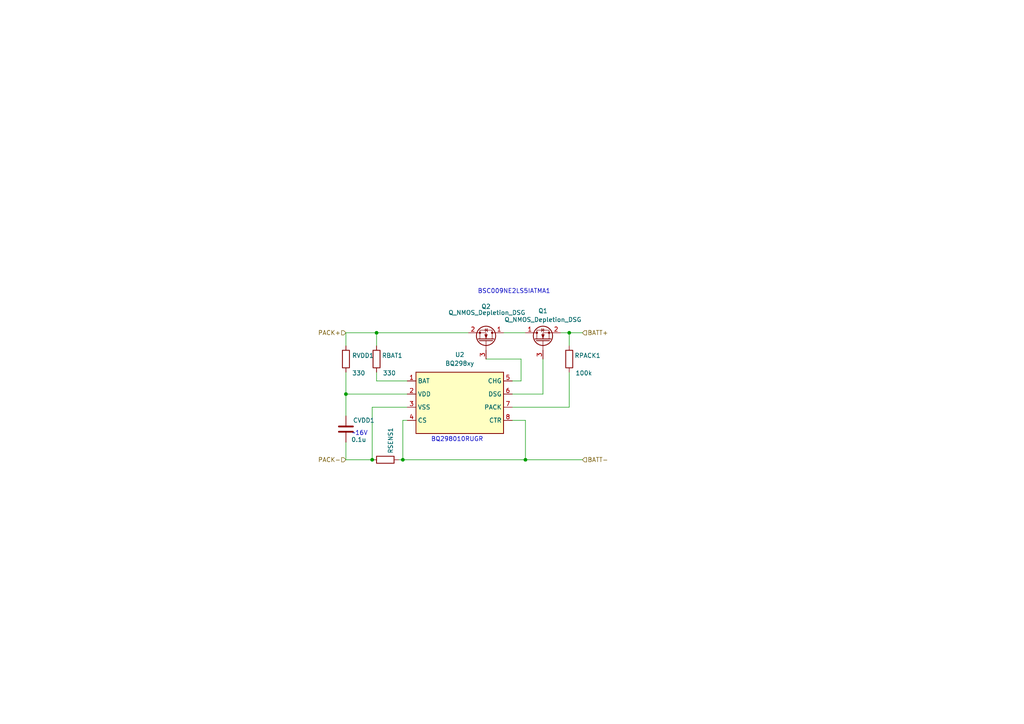
<source format=kicad_sch>
(kicad_sch (version 20250114) (generator "eeschema") (generator_version "9.0")
  (paper "A4")
  (lib_symbols
    (symbol "Battery_Management:BQ297xy"
      (property "Reference" "U1" (at 3.81 9.652 0))
      (property "Value" "BQ298xy" (at 3.81 7.112 0))
      (symbol "BQ297xy_0_1"
        (rectangle (start -7.62 5.08) (end 17.78 -12.7) (stroke (width 0.254)) (fill (type background)))
      )
      (symbol "BQ297xy_1_1"
        (pin input line (at -10.16 2.54 0) (length 2.54) (name "BAT") (number "1"))
        (pin input line (at -10.16 -1.27 0) (length 2.54) (name "VDD") (number "2"))
        (pin power_in line (at -10.16 -5.08 0) (length 2.54) (name "VSS") (number "3"))
        (pin input line (at -10.16 -8.89 0) (length 2.54) (name "CS") (number "4"))
        (pin no_connect line (at 7.62 0 180) (length 2.54) (hide yes) (name "NC") (number "1"))
        (pin input line (at 20.32 2.54 180) (length 2.54) (name "CHG") (number "5"))
        (pin input line (at 20.32 -1.27 180) (length 2.54) (name "DSG") (number "6"))
        (pin input line (at 20.32 -5.08 180) (length 2.54) (name "PACK") (number "7"))
        (pin input line (at 20.32 -8.89 180) (length 2.54) (name "CTR") (number "8"))
      )
    )
    (symbol "Device:C" (pin_numbers (hide yes)) (pin_names (offset 0.254))
      (property "Reference" "C" (at 0.635 2.54 0))
      (property "Value" "C" (at 0.635 -2.54 0))
      (symbol "C_0_1"
        (polyline (pts (xy -2.032 0.762) (xy 2.032 0.762)) (stroke (width 0.508)))
        (polyline (pts (xy -2.032 -0.762) (xy 2.032 -0.762)) (stroke (width 0.508)))
      )
      (symbol "C_1_1"
        (pin passive line (at 0 3.81 270) (length 2.794) (name "~") (number "1"))
        (pin passive line (at 0 -3.81 90) (length 2.794) (name "~") (number "2"))
      )
    )
    (symbol "Device:R" (pin_numbers (hide yes)) (pin_names (offset 0))
      (property "Reference" "R" (at 2.032 0 90))
      (property "Value" "R" (at 0 0 90))
      (symbol "R_0_1"
        (rectangle (start -1.016 -2.54) (end 1.016 2.54) (stroke (width 0.254)))
      )
      (symbol "R_1_1"
        (pin passive line (at 0 3.81 270) (length 1.27) (name "~") (number "1"))
        (pin passive line (at 0 -3.81 90) (length 1.27) (name "~") (number "2"))
      )
    )
    (symbol "Transistor_FET_Other:Q_NMOS_Depletion_DSG" (pin_names (offset 0) (hide yes))
      (property "Reference" "Q" (at 5.08 1.905 0))
      (property "Value" "Q_NMOS_Depletion_DSG" (at 5.08 0 0))
      (symbol "Q_NMOS_Depletion_DSG_0_1"
        (polyline (pts (xy 0.254 1.905) (xy 0.254 -1.905)) (stroke (width 0.254)))
        (polyline (pts (xy 0.254 0) (xy -2.54 0)))
        (polyline (pts (xy 0.762 2.286) (xy 0.762 -2.286)) (stroke (width 0.254)))
        (polyline (pts (xy 0.762 -1.778) (xy 3.302 -1.778) (xy 3.302 1.778) (xy 0.762 1.778)))
        (polyline (pts (xy 1.016 0) (xy 2.032 0.381) (xy 2.032 -0.381) (xy 1.016 0)) (fill (type outline)))
        (circle (center 1.651 0) (radius 2.794) (stroke (width 0.254)))
        (polyline (pts (xy 2.54 2.54) (xy 2.54 1.778)))
        (circle (center 2.54 1.778) (radius 0.254) (fill (type outline)))
        (circle (center 2.54 -1.778) (radius 0.254) (fill (type outline)))
        (polyline (pts (xy 2.54 -2.54) (xy 2.54 0) (xy 0.762 0)))
        (polyline (pts (xy 2.794 0.508) (xy 2.921 0.381) (xy 3.683 0.381) (xy 3.81 0.254)))
        (polyline (pts (xy 3.302 0.381) (xy 2.921 -0.254) (xy 3.683 -0.254) (xy 3.302 0.381)))
      )
      (symbol "Q_NMOS_Depletion_DSG_1_1"
        (pin input line (at -5.08 0 0) (length 2.54) (name "G") (number "3"))
        (pin passive line (at 2.54 5.08 270) (length 2.54) (name "D") (number "1"))
        (pin passive line (at 2.54 -5.08 90) (length 2.54) (name "S") (number "2"))
      )
    )
  )
  (text "BSC009NE2LS5IATMA1" (at 149.098 84.582 0) (effects (font (size 1.27 1.27))))
  (text "~16V\n" (at 104.394 125.73 0) (effects (font (size 1.27 1.27))))
  (text "BQ298010RUGR" (at 132.588 127.508 0) (effects (font (size 1.27 1.27))))
  (junction (at 107.95 133.35))
  (junction (at 109.22 96.52))
  (junction (at 152.4 133.35))
  (junction (at 116.84 133.35))
  (junction (at 100.33 114.3))
  (junction (at 165.1 96.52))
  (wire (pts (xy 107.95 118.11) (xy 107.95 133.35)))
  (wire (pts (xy 157.48 114.3) (xy 157.48 104.14)))
  (wire (pts (xy 100.33 133.35) (xy 100.33 128.27)))
  (wire (pts (xy 118.11 118.11) (xy 107.95 118.11)))
  (wire (pts (xy 107.95 133.35) (xy 100.33 133.35)))
  (wire (pts (xy 116.84 133.35) (xy 115.57 133.35)))
  (wire (pts (xy 100.33 120.65) (xy 100.33 114.3)))
  (wire (pts (xy 116.84 121.92) (xy 116.84 133.35)))
  (wire (pts (xy 165.1 96.52) (xy 168.91 96.52)))
  (wire (pts (xy 168.91 133.35) (xy 152.4 133.35)))
  (wire (pts (xy 100.33 96.52) (xy 109.22 96.52)))
  (wire (pts (xy 152.4 133.35) (xy 116.84 133.35)))
  (wire (pts (xy 118.11 110.49) (xy 109.22 110.49)))
  (wire (pts (xy 165.1 100.33) (xy 165.1 96.52)))
  (wire (pts (xy 109.22 107.95) (xy 109.22 110.49)))
  (wire (pts (xy 148.59 118.11) (xy 165.1 118.11)))
  (wire (pts (xy 148.59 114.3) (xy 157.48 114.3)))
  (wire (pts (xy 165.1 118.11) (xy 165.1 107.95)))
  (wire (pts (xy 162.56 96.52) (xy 165.1 96.52)))
  (wire (pts (xy 140.97 104.14) (xy 151.13 104.14)))
  (wire (pts (xy 100.33 114.3) (xy 118.11 114.3)))
  (wire (pts (xy 152.4 121.92) (xy 152.4 133.35)))
  (wire (pts (xy 151.13 104.14) (xy 151.13 110.49)))
  (wire (pts (xy 151.13 110.49) (xy 148.59 110.49)))
  (wire (pts (xy 109.22 96.52) (xy 135.89 96.52)))
  (wire (pts (xy 118.11 121.92) (xy 116.84 121.92)))
  (wire (pts (xy 146.05 96.52) (xy 152.4 96.52)))
  (wire (pts (xy 109.22 96.52) (xy 109.22 100.33)))
  (wire (pts (xy 100.33 100.33) (xy 100.33 96.52)))
  (wire (pts (xy 148.59 121.92) (xy 152.4 121.92)))
  (wire (pts (xy 100.33 114.3) (xy 100.33 107.95)))
  (hierarchical_label "BATT+" (shape input) (at 168.91 96.52 0))
  (hierarchical_label "PACK-" (shape input) (at 100.33 133.35 180))
  (hierarchical_label "BATT-" (shape input) (at 168.91 133.35 0))
  (hierarchical_label "PACK+" (shape input) (at 100.33 96.52 180))
  (symbol (lib_id "Device:R") (at 165.1 104.14 0) (unit 1)
    (property "Reference" "RPACK1" (at 166.624 103.124 0) (effects (justify left)))
    (property "Value" "100k" (at 166.878 108.204 0) (effects (justify left)))
    (property "Footprint" "Resistor_SMD:R_0603_1608Metric" (effects (hide yes)))
    (property "Description" "Resistor" (effects (hide yes)))
  )
  (symbol (lib_id "Device:C") (at 100.33 124.46 0) (unit 1)
    (property "Reference" "CVDD1" (at 102.362 121.92 0) (effects (justify left)))
    (property "Value" "0.1u" (at 101.854 127.508 0) (effects (justify left)))
    (property "Footprint" "Capacitor_SMD:C_0603_1608Metric_Pad1.08x0.95mm_HandSolder" (effects (hide yes)))
    (property "Description" "Unpolarized capacitor" (effects (hide yes)))
  )
  (symbol (lib_id "Battery_Management:BQ297xy") (at 128.27 113.03 0) (unit 1)
    (property "Reference" "U2" (at 133.35 102.87 0))
    (property "Value" "BQ298xy" (at 133.35 105.41 0))
    (property "Footprint" "custom:QFN50P150X150X40-8N" (effects (hide yes)))
    (property "Datasheet" "http://www.ti.com/lit/ds/symlink/bq2970.pdf" (effects (hide yes)))
    (property "Description" "Voltage and Current Protection for Single-Cell Li-Ion and Li-Polymer Batteries" (effects (hide yes)))
  )
  (symbol (lib_id "Transistor_FET_Other:Q_NMOS_Depletion_DSG") (at 140.97 99.06 270) (mirror x) (unit 1)
    (property "Reference" "Q2" (at 140.97 88.9 90))
    (property "Value" "Q_NMOS_Depletion_DSG" (at 141.224 90.678 90))
    (property "Footprint" "custom:MOSFET_BSC093N04LSGATMA1" (effects (hide yes)))
    (property "Description" "Depletion-mode N-channel MOSFET drain/source/gate" (effects (hide yes)))
  )
  (symbol (lib_id "Device:R") (at 111.76 133.35 90) (unit 1)
    (property "Reference" "RSENS1" (at 113.284 131.572 0) (effects (justify left)))
    (property "Value" "322" (effects (hide yes)))
    (property "Footprint" "Resistor_SMD:R_2512_6332Metric" (effects (hide yes)))
    (property "Description" "Resistor" (effects (hide yes)))
  )
  (symbol (lib_id "Device:R") (at 100.33 104.14 0) (unit 1)
    (property "Reference" "RVDD1" (at 102.108 103.124 0) (effects (justify left)))
    (property "Value" "330" (at 102.108 108.204 0) (effects (justify left)))
    (property "Footprint" "Resistor_SMD:R_0603_1608Metric" (effects (hide yes)))
    (property "Description" "Resistor" (effects (hide yes)))
  )
  (symbol (lib_id "Transistor_FET_Other:Q_NMOS_Depletion_DSG") (at 157.48 99.06 90) (unit 1)
    (property "Reference" "Q1" (at 157.48 90.17 90))
    (property "Value" "Q_NMOS_Depletion_DSG" (at 157.48 92.71 90))
    (property "Footprint" "custom:MOSFET_BSC093N04LSGATMA1" (effects (hide yes)))
    (property "Description" "Depletion-mode N-channel MOSFET drain/source/gate" (effects (hide yes)))
  )
  (symbol (lib_id "Device:R") (at 109.22 104.14 0) (unit 1)
    (property "Reference" "RBAT1" (at 110.744 103.124 0) (effects (justify left)))
    (property "Value" "330" (at 110.998 108.204 0) (effects (justify left)))
    (property "Footprint" "Resistor_SMD:R_0603_1608Metric" (effects (hide yes)))
    (property "Description" "Resistor" (effects (hide yes)))
  )
)
</source>
